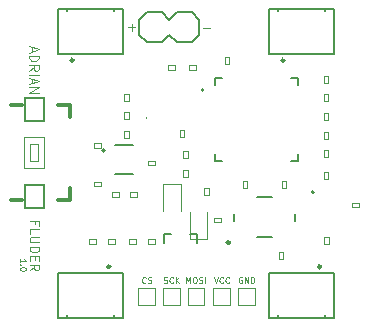
<source format=gbr>
%TF.GenerationSoftware,KiCad,Pcbnew,(5.1.6)-1*%
%TF.CreationDate,2020-11-07T21:34:24+01:00*%
%TF.ProjectId,ArduinoProMicroUSB,41726475-696e-46f5-9072-6f4d6963726f,rev?*%
%TF.SameCoordinates,Original*%
%TF.FileFunction,Legend,Top*%
%TF.FilePolarity,Positive*%
%FSLAX46Y46*%
G04 Gerber Fmt 4.6, Leading zero omitted, Abs format (unit mm)*
G04 Created by KiCad (PCBNEW (5.1.6)-1) date 2020-11-07 21:34:24*
%MOMM*%
%LPD*%
G01*
G04 APERTURE LIST*
%ADD10C,0.125000*%
%ADD11C,0.100000*%
%ADD12C,0.066040*%
%ADD13C,0.304800*%
%ADD14C,0.120000*%
%ADD15C,0.200000*%
%ADD16C,0.127000*%
%ADD17C,0.250000*%
%ADD18C,0.150000*%
%ADD19C,0.203200*%
%ADD20C,0.254000*%
G04 APERTURE END LIST*
D10*
X88512642Y-89522523D02*
X88512642Y-89255857D01*
X88093595Y-89255857D02*
X88893595Y-89255857D01*
X88893595Y-89636809D01*
X88093595Y-90322523D02*
X88093595Y-89941571D01*
X88893595Y-89941571D01*
X88893595Y-90589190D02*
X88245976Y-90589190D01*
X88169785Y-90627285D01*
X88131690Y-90665380D01*
X88093595Y-90741571D01*
X88093595Y-90893952D01*
X88131690Y-90970142D01*
X88169785Y-91008238D01*
X88245976Y-91046333D01*
X88893595Y-91046333D01*
X88093595Y-91427285D02*
X88893595Y-91427285D01*
X88893595Y-91617761D01*
X88855500Y-91732047D01*
X88779309Y-91808238D01*
X88703119Y-91846333D01*
X88550738Y-91884428D01*
X88436452Y-91884428D01*
X88284071Y-91846333D01*
X88207880Y-91808238D01*
X88131690Y-91732047D01*
X88093595Y-91617761D01*
X88093595Y-91427285D01*
X88512642Y-92227285D02*
X88512642Y-92493952D01*
X88093595Y-92608238D02*
X88093595Y-92227285D01*
X88893595Y-92227285D01*
X88893595Y-92608238D01*
X88093595Y-93408238D02*
X88474547Y-93141571D01*
X88093595Y-92951095D02*
X88893595Y-92951095D01*
X88893595Y-93255857D01*
X88855500Y-93332047D01*
X88817404Y-93370142D01*
X88741214Y-93408238D01*
X88626928Y-93408238D01*
X88550738Y-93370142D01*
X88512642Y-93332047D01*
X88474547Y-93255857D01*
X88474547Y-92951095D01*
X102755738Y-72891642D02*
X103365261Y-72891642D01*
X96716857Y-72529738D02*
X96716857Y-73139261D01*
X96412095Y-72834500D02*
X97021619Y-72834500D01*
D11*
X87251409Y-92724314D02*
X87251409Y-92438600D01*
X87251409Y-92581457D02*
X87751409Y-92581457D01*
X87679980Y-92533838D01*
X87632361Y-92486219D01*
X87608552Y-92438600D01*
X87299028Y-92938600D02*
X87275219Y-92962409D01*
X87251409Y-92938600D01*
X87275219Y-92914790D01*
X87299028Y-92938600D01*
X87251409Y-92938600D01*
X87751409Y-93271933D02*
X87751409Y-93319552D01*
X87727600Y-93367171D01*
X87703790Y-93390980D01*
X87656171Y-93414790D01*
X87560933Y-93438600D01*
X87441885Y-93438600D01*
X87346647Y-93414790D01*
X87299028Y-93390980D01*
X87275219Y-93367171D01*
X87251409Y-93319552D01*
X87251409Y-93271933D01*
X87275219Y-93224314D01*
X87299028Y-93200504D01*
X87346647Y-93176695D01*
X87441885Y-93152885D01*
X87560933Y-93152885D01*
X87656171Y-93176695D01*
X87703790Y-93200504D01*
X87727600Y-93224314D01*
X87751409Y-93271933D01*
D10*
X88258666Y-74511142D02*
X88258666Y-74892095D01*
X88030095Y-74434952D02*
X88830095Y-74701619D01*
X88030095Y-74968285D01*
X88030095Y-75234952D02*
X88830095Y-75234952D01*
X88830095Y-75425428D01*
X88792000Y-75539714D01*
X88715809Y-75615904D01*
X88639619Y-75654000D01*
X88487238Y-75692095D01*
X88372952Y-75692095D01*
X88220571Y-75654000D01*
X88144380Y-75615904D01*
X88068190Y-75539714D01*
X88030095Y-75425428D01*
X88030095Y-75234952D01*
X88030095Y-76492095D02*
X88411047Y-76225428D01*
X88030095Y-76034952D02*
X88830095Y-76034952D01*
X88830095Y-76339714D01*
X88792000Y-76415904D01*
X88753904Y-76454000D01*
X88677714Y-76492095D01*
X88563428Y-76492095D01*
X88487238Y-76454000D01*
X88449142Y-76415904D01*
X88411047Y-76339714D01*
X88411047Y-76034952D01*
X88030095Y-76834952D02*
X88830095Y-76834952D01*
X88258666Y-77177809D02*
X88258666Y-77558761D01*
X88030095Y-77101619D02*
X88830095Y-77368285D01*
X88030095Y-77634952D01*
X88030095Y-77901619D02*
X88830095Y-77901619D01*
X88030095Y-78358761D01*
X88830095Y-78358761D01*
D12*
%TO.C,U3*%
X87706200Y-80655160D02*
X89204800Y-80655160D01*
X89204800Y-80655160D02*
X89204800Y-78856840D01*
X87706200Y-78856840D02*
X89204800Y-78856840D01*
X87706200Y-80655160D02*
X87706200Y-78856840D01*
X88107520Y-84188300D02*
X88803480Y-84188300D01*
X88803480Y-84188300D02*
X88803480Y-82689700D01*
X88107520Y-82689700D02*
X88803480Y-82689700D01*
X88107520Y-84188300D02*
X88107520Y-82689700D01*
X87706200Y-88021160D02*
X89204800Y-88021160D01*
X89204800Y-88021160D02*
X89204800Y-86222840D01*
X87706200Y-86222840D02*
X89204800Y-86222840D01*
X87706200Y-88021160D02*
X87706200Y-86222840D01*
X87607140Y-80756760D02*
X89303860Y-80756760D01*
X89303860Y-80756760D02*
X89303860Y-78755240D01*
X87607140Y-78755240D02*
X89303860Y-78755240D01*
X87607140Y-80756760D02*
X87607140Y-78755240D01*
X87607140Y-88122760D02*
X89303860Y-88122760D01*
X89303860Y-88122760D02*
X89303860Y-86121240D01*
X87607140Y-86121240D02*
X89303860Y-86121240D01*
X87607140Y-88122760D02*
X87607140Y-86121240D01*
X87607140Y-84787740D02*
X89303860Y-84787740D01*
X89303860Y-84787740D02*
X89303860Y-82090260D01*
X87607140Y-82090260D02*
X89303860Y-82090260D01*
X87607140Y-84787740D02*
X87607140Y-82090260D01*
D13*
X91434920Y-79446120D02*
X90454480Y-79446120D01*
X90454480Y-79446120D02*
X90454480Y-79441040D01*
X91455240Y-79441040D02*
X91455240Y-80439260D01*
X90454480Y-87436960D02*
X91455240Y-87436960D01*
X91455240Y-87436960D02*
X91455240Y-86438740D01*
X87457280Y-79441040D02*
X86456520Y-79441040D01*
X87457280Y-87436960D02*
X86456520Y-87436960D01*
D14*
%TO.C,D2*%
X101627000Y-88432060D02*
X101627000Y-90717060D01*
X101627000Y-90717060D02*
X103097000Y-90717060D01*
X103097000Y-90717060D02*
X103097000Y-88432060D01*
%TO.C,D3*%
X100871940Y-88387500D02*
X100871940Y-86102500D01*
X100871940Y-86102500D02*
X99401940Y-86102500D01*
X99401940Y-86102500D02*
X99401940Y-88387500D01*
D15*
%TO.C,U5*%
X102806900Y-78132300D02*
G75*
G03*
X102806900Y-78132300I-100000J0D01*
G01*
D16*
X110776900Y-84132300D02*
X110226900Y-84132300D01*
X110776900Y-77132300D02*
X110226900Y-77132300D01*
X103776900Y-84132300D02*
X104326900Y-84132300D01*
X103776900Y-77132300D02*
X104326900Y-77132300D01*
X110776900Y-84132300D02*
X110776900Y-83582300D01*
X110776900Y-77132300D02*
X110776900Y-77682300D01*
X103776900Y-84132300D02*
X103776900Y-83582300D01*
X103776900Y-77132300D02*
X103776900Y-77682300D01*
D12*
%TO.C,C9*%
X100375720Y-76448920D02*
X100375720Y-76052680D01*
X100375720Y-76052680D02*
X99776280Y-76052680D01*
X99776280Y-76448920D02*
X99776280Y-76052680D01*
X100375720Y-76448920D02*
X99776280Y-76448920D01*
D15*
%TO.C,U4*%
X94430500Y-83260500D02*
G75*
G03*
X94430500Y-83260500I-100000J0D01*
G01*
D16*
X95325500Y-82805500D02*
X96825500Y-82805500D01*
X95325500Y-85215500D02*
X96825500Y-85215500D01*
D15*
%TO.C,U1*%
X112138000Y-86788000D02*
G75*
G03*
X112138000Y-86788000I-100000J0D01*
G01*
D17*
%TO.C,SW1*%
X112736500Y-93098500D02*
G75*
G03*
X112736500Y-93098500I-125000J0D01*
G01*
D18*
X109061500Y-97223500D02*
X109061500Y-97448500D01*
X109061500Y-97448500D02*
X113061500Y-97448500D01*
X113061500Y-97223500D02*
X113061500Y-97448500D01*
X108316500Y-97473500D02*
X113806500Y-97473500D01*
X108316500Y-93623500D02*
X108316500Y-97473500D01*
X113806500Y-93623500D02*
X108316500Y-93623500D01*
X113806500Y-97473500D02*
X113806500Y-93623500D01*
D17*
%TO.C,SW4*%
X109636500Y-75621000D02*
G75*
G03*
X109636500Y-75621000I-125000J0D01*
G01*
D18*
X113061500Y-71496000D02*
X113061500Y-71271000D01*
X113061500Y-71271000D02*
X109061500Y-71271000D01*
X109061500Y-71496000D02*
X109061500Y-71271000D01*
X113806500Y-71246000D02*
X108316500Y-71246000D01*
X113806500Y-75096000D02*
X113806500Y-71246000D01*
X108316500Y-75096000D02*
X113806500Y-75096000D01*
X108316500Y-71246000D02*
X108316500Y-75096000D01*
D17*
%TO.C,SW2*%
X91793000Y-75621000D02*
G75*
G03*
X91793000Y-75621000I-125000J0D01*
G01*
D18*
X95218000Y-71496000D02*
X95218000Y-71271000D01*
X95218000Y-71271000D02*
X91218000Y-71271000D01*
X91218000Y-71496000D02*
X91218000Y-71271000D01*
X95963000Y-71246000D02*
X90473000Y-71246000D01*
X95963000Y-75096000D02*
X95963000Y-71246000D01*
X90473000Y-75096000D02*
X95963000Y-75096000D01*
X90473000Y-71246000D02*
X90473000Y-75096000D01*
D19*
%TO.C,J1*%
X97980500Y-71564500D02*
X99250500Y-71564500D01*
X99250500Y-71564500D02*
X99885500Y-72199500D01*
X99885500Y-73469500D02*
X99250500Y-74104500D01*
X99885500Y-72199500D02*
X100520500Y-71564500D01*
X100520500Y-71564500D02*
X101790500Y-71564500D01*
X101790500Y-71564500D02*
X102425500Y-72199500D01*
X102425500Y-73469500D02*
X101790500Y-74104500D01*
X101790500Y-74104500D02*
X100520500Y-74104500D01*
X100520500Y-74104500D02*
X99885500Y-73469500D01*
X97345500Y-72199500D02*
X97345500Y-73469500D01*
X97980500Y-71564500D02*
X97345500Y-72199500D01*
X97345500Y-73469500D02*
X97980500Y-74104500D01*
X99250500Y-74104500D02*
X97980500Y-74104500D01*
X102425500Y-72199500D02*
X102425500Y-73469500D01*
D16*
%TO.C,D4*%
X97978300Y-80540100D02*
G75*
G03*
X97978300Y-80540100I-50000J0D01*
G01*
D19*
%TO.C,Q1*%
X100040440Y-90297000D02*
X99438460Y-90297000D01*
X99438460Y-90297000D02*
X99438460Y-91094560D01*
X101635560Y-90297000D02*
X102237540Y-90297000D01*
X102237540Y-90297000D02*
X102237540Y-91094560D01*
D14*
%TO.C,CS*%
X97280500Y-94931000D02*
X98680500Y-94931000D01*
X98680500Y-94931000D02*
X98680500Y-96331000D01*
X98680500Y-96331000D02*
X97280500Y-96331000D01*
X97280500Y-96331000D02*
X97280500Y-94931000D01*
%TO.C,MOSI*%
X101471500Y-94931000D02*
X102871500Y-94931000D01*
X102871500Y-94931000D02*
X102871500Y-96331000D01*
X102871500Y-96331000D02*
X101471500Y-96331000D01*
X101471500Y-96331000D02*
X101471500Y-94931000D01*
%TO.C,SCK*%
X99376000Y-94931000D02*
X100776000Y-94931000D01*
X100776000Y-94931000D02*
X100776000Y-96331000D01*
X100776000Y-96331000D02*
X99376000Y-96331000D01*
X99376000Y-96331000D02*
X99376000Y-94931000D01*
%TO.C,GND*%
X105726000Y-94931000D02*
X107126000Y-94931000D01*
X107126000Y-94931000D02*
X107126000Y-96331000D01*
X107126000Y-96331000D02*
X105726000Y-96331000D01*
X105726000Y-96331000D02*
X105726000Y-94931000D01*
%TO.C,VCC*%
X103630500Y-94931000D02*
X105030500Y-94931000D01*
X105030500Y-94931000D02*
X105030500Y-96331000D01*
X105030500Y-96331000D02*
X103630500Y-96331000D01*
X103630500Y-96331000D02*
X103630500Y-94931000D01*
D20*
%TO.C,Y1*%
X105029000Y-91059000D02*
G75*
G03*
X105029000Y-91059000I-127000J0D01*
G01*
D19*
X107350560Y-87200740D02*
X108549440Y-87200740D01*
X110548420Y-88600280D02*
X110548420Y-89199720D01*
X108549440Y-90599260D02*
X107350560Y-90599260D01*
X105351580Y-88600280D02*
X105351580Y-89199720D01*
D17*
%TO.C,SW3*%
X94893000Y-93098500D02*
G75*
G03*
X94893000Y-93098500I-125000J0D01*
G01*
D18*
X91218000Y-97223500D02*
X91218000Y-97448500D01*
X91218000Y-97448500D02*
X95218000Y-97448500D01*
X95218000Y-97223500D02*
X95218000Y-97448500D01*
X90473000Y-97473500D02*
X95963000Y-97473500D01*
X90473000Y-93623500D02*
X90473000Y-97473500D01*
X95963000Y-93623500D02*
X90473000Y-93623500D01*
X95963000Y-97473500D02*
X95963000Y-93623500D01*
D12*
%TO.C,C1*%
X113388060Y-90568780D02*
X112991820Y-90568780D01*
X112991820Y-90568780D02*
X112991820Y-91168220D01*
X113388060Y-91168220D02*
X112991820Y-91168220D01*
X113388060Y-90568780D02*
X113388060Y-91168220D01*
%TO.C,C2*%
X109545120Y-91838780D02*
X109148880Y-91838780D01*
X109148880Y-91838780D02*
X109148880Y-92438220D01*
X109545120Y-92438220D02*
X109148880Y-92438220D01*
X109545120Y-91838780D02*
X109545120Y-92438220D01*
%TO.C,C5*%
X109402880Y-86405720D02*
X109799120Y-86405720D01*
X109799120Y-86405720D02*
X109799120Y-85806280D01*
X109402880Y-85806280D02*
X109799120Y-85806280D01*
X109402880Y-86405720D02*
X109402880Y-85806280D01*
%TO.C,C6*%
X106497120Y-85806280D02*
X106100880Y-85806280D01*
X106100880Y-85806280D02*
X106100880Y-86405720D01*
X106497120Y-86405720D02*
X106100880Y-86405720D01*
X106497120Y-85806280D02*
X106497120Y-86405720D01*
%TO.C,C7*%
X93108780Y-90797380D02*
X93108780Y-91193620D01*
X93108780Y-91193620D02*
X93708220Y-91193620D01*
X93708220Y-90797380D02*
X93708220Y-91193620D01*
X93108780Y-90797380D02*
X93708220Y-90797380D01*
%TO.C,C10*%
X104576880Y-75928220D02*
X104973120Y-75928220D01*
X104973120Y-75928220D02*
X104973120Y-75328780D01*
X104576880Y-75328780D02*
X104973120Y-75328780D01*
X104576880Y-75928220D02*
X104576880Y-75328780D01*
%TO.C,C11*%
X100766880Y-82151220D02*
X101163120Y-82151220D01*
X101163120Y-82151220D02*
X101163120Y-81551780D01*
X100766880Y-81551780D02*
X101163120Y-81551780D01*
X100766880Y-82151220D02*
X100766880Y-81551780D01*
%TO.C,C12*%
X101442520Y-83291680D02*
X101046280Y-83291680D01*
X101046280Y-83291680D02*
X101046280Y-83891120D01*
X101442520Y-83891120D02*
X101046280Y-83891120D01*
X101442520Y-83291680D02*
X101442520Y-83891120D01*
%TO.C,C14*%
X112958880Y-83802220D02*
X113355120Y-83802220D01*
X113355120Y-83802220D02*
X113355120Y-83202780D01*
X112958880Y-83202780D02*
X113355120Y-83202780D01*
X112958880Y-83802220D02*
X112958880Y-83202780D01*
%TO.C,C15*%
X112958880Y-82278220D02*
X113355120Y-82278220D01*
X113355120Y-82278220D02*
X113355120Y-81678780D01*
X112958880Y-81678780D02*
X113355120Y-81678780D01*
X112958880Y-82278220D02*
X112958880Y-81678780D01*
%TO.C,C16*%
X112958880Y-77515720D02*
X113355120Y-77515720D01*
X113355120Y-77515720D02*
X113355120Y-76916280D01*
X112958880Y-76916280D02*
X113355120Y-76916280D01*
X112958880Y-77515720D02*
X112958880Y-76916280D01*
%TO.C,C17*%
X94152720Y-83012280D02*
X94152720Y-82616040D01*
X94152720Y-82616040D02*
X93553280Y-82616040D01*
X93553280Y-83012280D02*
X93553280Y-82616040D01*
X94152720Y-83012280D02*
X93553280Y-83012280D01*
%TO.C,C18*%
X96464120Y-81615280D02*
X96067880Y-81615280D01*
X96067880Y-81615280D02*
X96067880Y-82214720D01*
X96464120Y-82214720D02*
X96067880Y-82214720D01*
X96464120Y-81615280D02*
X96464120Y-82214720D01*
%TO.C,L1*%
X98673920Y-84526120D02*
X98673920Y-84129880D01*
X98673920Y-84129880D02*
X98074480Y-84129880D01*
X98074480Y-84526120D02*
X98074480Y-84129880D01*
X98673920Y-84526120D02*
X98074480Y-84526120D01*
%TO.C,R1*%
X95295720Y-91180920D02*
X95295720Y-90784680D01*
X95295720Y-90784680D02*
X94696280Y-90784680D01*
X94696280Y-91180920D02*
X94696280Y-90784680D01*
X95295720Y-91180920D02*
X94696280Y-91180920D01*
%TO.C,R2*%
X93553280Y-85907880D02*
X93553280Y-86304120D01*
X93553280Y-86304120D02*
X94152720Y-86304120D01*
X94152720Y-85907880D02*
X94152720Y-86304120D01*
X93553280Y-85907880D02*
X94152720Y-85907880D01*
%TO.C,R3*%
X97073720Y-91193620D02*
X97073720Y-90797380D01*
X97073720Y-90797380D02*
X96474280Y-90797380D01*
X96474280Y-91193620D02*
X96474280Y-90797380D01*
X97073720Y-91193620D02*
X96474280Y-91193620D01*
%TO.C,R4*%
X103220520Y-86466680D02*
X102824280Y-86466680D01*
X102824280Y-86466680D02*
X102824280Y-87066120D01*
X103220520Y-87066120D02*
X102824280Y-87066120D01*
X103220520Y-86466680D02*
X103220520Y-87066120D01*
%TO.C,R5*%
X96464120Y-78478380D02*
X96067880Y-78478380D01*
X96067880Y-78478380D02*
X96067880Y-79077820D01*
X96464120Y-79077820D02*
X96067880Y-79077820D01*
X96464120Y-78478380D02*
X96464120Y-79077820D01*
%TO.C,R6*%
X104312720Y-89352120D02*
X104312720Y-88955880D01*
X104312720Y-88955880D02*
X103713280Y-88955880D01*
X103713280Y-89352120D02*
X103713280Y-88955880D01*
X104312720Y-89352120D02*
X103713280Y-89352120D01*
%TO.C,R7*%
X96464120Y-80040480D02*
X96067880Y-80040480D01*
X96067880Y-80040480D02*
X96067880Y-80639920D01*
X96464120Y-80639920D02*
X96067880Y-80639920D01*
X96464120Y-80040480D02*
X96464120Y-80639920D01*
%TO.C,R8*%
X98661220Y-91193620D02*
X98661220Y-90797380D01*
X98661220Y-90797380D02*
X98061780Y-90797380D01*
X98061780Y-91193620D02*
X98061780Y-90797380D01*
X98661220Y-91193620D02*
X98061780Y-91193620D01*
%TO.C,R9*%
X115933220Y-88084180D02*
X115933220Y-87687940D01*
X115933220Y-87687940D02*
X115333780Y-87687940D01*
X115333780Y-88084180D02*
X115333780Y-87687940D01*
X115933220Y-88084180D02*
X115333780Y-88084180D01*
%TO.C,R10*%
X95666560Y-87193120D02*
X95666560Y-86796880D01*
X95666560Y-86796880D02*
X95067120Y-86796880D01*
X95067120Y-87193120D02*
X95067120Y-86796880D01*
X95666560Y-87193120D02*
X95067120Y-87193120D01*
%TO.C,R11*%
X101442520Y-84917280D02*
X101046280Y-84917280D01*
X101046280Y-84917280D02*
X101046280Y-85516720D01*
X101442520Y-85516720D02*
X101046280Y-85516720D01*
X101442520Y-84917280D02*
X101442520Y-85516720D01*
%TO.C,R12*%
X101554280Y-76052680D02*
X101554280Y-76448920D01*
X101554280Y-76448920D02*
X102153720Y-76448920D01*
X102153720Y-76052680D02*
X102153720Y-76448920D01*
X101554280Y-76052680D02*
X102153720Y-76052680D01*
%TO.C,R13*%
X113355120Y-85044280D02*
X112958880Y-85044280D01*
X112958880Y-85044280D02*
X112958880Y-85643720D01*
X113355120Y-85643720D02*
X112958880Y-85643720D01*
X113355120Y-85044280D02*
X113355120Y-85643720D01*
%TO.C,R14*%
X113355120Y-80091280D02*
X112958880Y-80091280D01*
X112958880Y-80091280D02*
X112958880Y-80690720D01*
X113355120Y-80690720D02*
X112958880Y-80690720D01*
X113355120Y-80091280D02*
X113355120Y-80690720D01*
%TO.C,R15*%
X113355120Y-78503780D02*
X112958880Y-78503780D01*
X112958880Y-78503780D02*
X112958880Y-79103220D01*
X113355120Y-79103220D02*
X112958880Y-79103220D01*
X113355120Y-78503780D02*
X113355120Y-79103220D01*
%TO.C,R16*%
X96575880Y-86771480D02*
X96575880Y-87167720D01*
X96575880Y-87167720D02*
X97175320Y-87167720D01*
X97175320Y-86771480D02*
X97175320Y-87167720D01*
X96575880Y-86771480D02*
X97175320Y-86771480D01*
%TO.C,CS*%
D10*
X97897166Y-94437971D02*
X97873357Y-94461780D01*
X97801928Y-94485590D01*
X97754309Y-94485590D01*
X97682880Y-94461780D01*
X97635261Y-94414161D01*
X97611452Y-94366542D01*
X97587642Y-94271304D01*
X97587642Y-94199876D01*
X97611452Y-94104638D01*
X97635261Y-94057019D01*
X97682880Y-94009400D01*
X97754309Y-93985590D01*
X97801928Y-93985590D01*
X97873357Y-94009400D01*
X97897166Y-94033209D01*
X98087642Y-94461780D02*
X98159071Y-94485590D01*
X98278119Y-94485590D01*
X98325738Y-94461780D01*
X98349547Y-94437971D01*
X98373357Y-94390352D01*
X98373357Y-94342733D01*
X98349547Y-94295114D01*
X98325738Y-94271304D01*
X98278119Y-94247495D01*
X98182880Y-94223685D01*
X98135261Y-94199876D01*
X98111452Y-94176066D01*
X98087642Y-94128447D01*
X98087642Y-94080828D01*
X98111452Y-94033209D01*
X98135261Y-94009400D01*
X98182880Y-93985590D01*
X98301928Y-93985590D01*
X98373357Y-94009400D01*
%TO.C,MOSI*%
X101334985Y-94485590D02*
X101334985Y-93985590D01*
X101501652Y-94342733D01*
X101668319Y-93985590D01*
X101668319Y-94485590D01*
X102001652Y-93985590D02*
X102096890Y-93985590D01*
X102144509Y-94009400D01*
X102192128Y-94057019D01*
X102215938Y-94152257D01*
X102215938Y-94318923D01*
X102192128Y-94414161D01*
X102144509Y-94461780D01*
X102096890Y-94485590D01*
X102001652Y-94485590D01*
X101954033Y-94461780D01*
X101906414Y-94414161D01*
X101882604Y-94318923D01*
X101882604Y-94152257D01*
X101906414Y-94057019D01*
X101954033Y-94009400D01*
X102001652Y-93985590D01*
X102406414Y-94461780D02*
X102477842Y-94485590D01*
X102596890Y-94485590D01*
X102644509Y-94461780D01*
X102668319Y-94437971D01*
X102692128Y-94390352D01*
X102692128Y-94342733D01*
X102668319Y-94295114D01*
X102644509Y-94271304D01*
X102596890Y-94247495D01*
X102501652Y-94223685D01*
X102454033Y-94199876D01*
X102430223Y-94176066D01*
X102406414Y-94128447D01*
X102406414Y-94080828D01*
X102430223Y-94033209D01*
X102454033Y-94009400D01*
X102501652Y-93985590D01*
X102620700Y-93985590D01*
X102692128Y-94009400D01*
X102906414Y-94485590D02*
X102906414Y-93985590D01*
%TO.C,SCK*%
X99433142Y-94461780D02*
X99504571Y-94485590D01*
X99623619Y-94485590D01*
X99671238Y-94461780D01*
X99695047Y-94437971D01*
X99718857Y-94390352D01*
X99718857Y-94342733D01*
X99695047Y-94295114D01*
X99671238Y-94271304D01*
X99623619Y-94247495D01*
X99528380Y-94223685D01*
X99480761Y-94199876D01*
X99456952Y-94176066D01*
X99433142Y-94128447D01*
X99433142Y-94080828D01*
X99456952Y-94033209D01*
X99480761Y-94009400D01*
X99528380Y-93985590D01*
X99647428Y-93985590D01*
X99718857Y-94009400D01*
X100218857Y-94437971D02*
X100195047Y-94461780D01*
X100123619Y-94485590D01*
X100076000Y-94485590D01*
X100004571Y-94461780D01*
X99956952Y-94414161D01*
X99933142Y-94366542D01*
X99909333Y-94271304D01*
X99909333Y-94199876D01*
X99933142Y-94104638D01*
X99956952Y-94057019D01*
X100004571Y-94009400D01*
X100076000Y-93985590D01*
X100123619Y-93985590D01*
X100195047Y-94009400D01*
X100218857Y-94033209D01*
X100433142Y-94485590D02*
X100433142Y-93985590D01*
X100718857Y-94485590D02*
X100504571Y-94199876D01*
X100718857Y-93985590D02*
X100433142Y-94271304D01*
%TO.C,GND*%
X106045047Y-94009400D02*
X105997428Y-93985590D01*
X105926000Y-93985590D01*
X105854571Y-94009400D01*
X105806952Y-94057019D01*
X105783142Y-94104638D01*
X105759333Y-94199876D01*
X105759333Y-94271304D01*
X105783142Y-94366542D01*
X105806952Y-94414161D01*
X105854571Y-94461780D01*
X105926000Y-94485590D01*
X105973619Y-94485590D01*
X106045047Y-94461780D01*
X106068857Y-94437971D01*
X106068857Y-94271304D01*
X105973619Y-94271304D01*
X106283142Y-94485590D02*
X106283142Y-93985590D01*
X106568857Y-94485590D01*
X106568857Y-93985590D01*
X106806952Y-94485590D02*
X106806952Y-93985590D01*
X106926000Y-93985590D01*
X106997428Y-94009400D01*
X107045047Y-94057019D01*
X107068857Y-94104638D01*
X107092666Y-94199876D01*
X107092666Y-94271304D01*
X107068857Y-94366542D01*
X107045047Y-94414161D01*
X106997428Y-94461780D01*
X106926000Y-94485590D01*
X106806952Y-94485590D01*
%TO.C,VCC*%
X103668432Y-93985590D02*
X103835099Y-94485590D01*
X104001765Y-93985590D01*
X104454146Y-94437971D02*
X104430337Y-94461780D01*
X104358908Y-94485590D01*
X104311289Y-94485590D01*
X104239860Y-94461780D01*
X104192241Y-94414161D01*
X104168432Y-94366542D01*
X104144622Y-94271304D01*
X104144622Y-94199876D01*
X104168432Y-94104638D01*
X104192241Y-94057019D01*
X104239860Y-94009400D01*
X104311289Y-93985590D01*
X104358908Y-93985590D01*
X104430337Y-94009400D01*
X104454146Y-94033209D01*
X104954146Y-94437971D02*
X104930337Y-94461780D01*
X104858908Y-94485590D01*
X104811289Y-94485590D01*
X104739860Y-94461780D01*
X104692241Y-94414161D01*
X104668432Y-94366542D01*
X104644622Y-94271304D01*
X104644622Y-94199876D01*
X104668432Y-94104638D01*
X104692241Y-94057019D01*
X104739860Y-94009400D01*
X104811289Y-93985590D01*
X104858908Y-93985590D01*
X104930337Y-94009400D01*
X104954146Y-94033209D01*
%TD*%
M02*

</source>
